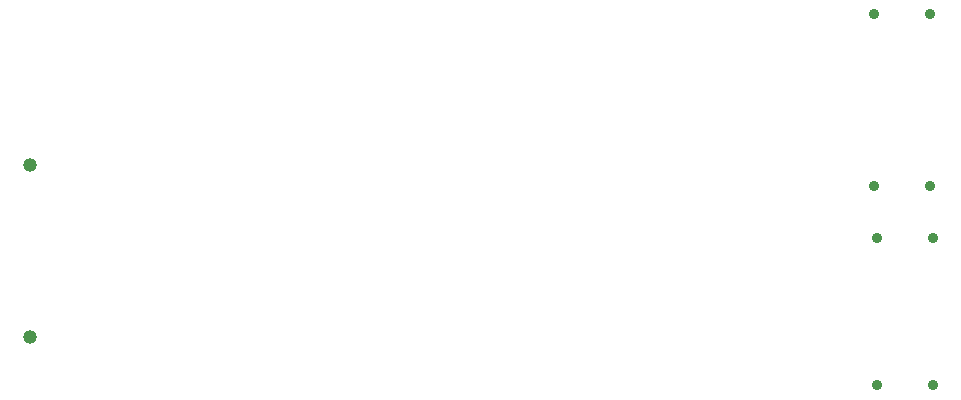
<source format=gbr>
%TF.GenerationSoftware,KiCad,Pcbnew,6.0.7-f9a2dced07~116~ubuntu20.04.1*%
%TF.CreationDate,2022-10-11T04:26:59+03:00*%
%TF.ProjectId,obc-adcs-board,6f62632d-6164-4637-932d-626f6172642e,rev?*%
%TF.SameCoordinates,PX3e2df80PY83e4a60*%
%TF.FileFunction,NonPlated,1,8,NPTH,Drill*%
%TF.FilePolarity,Positive*%
%FSLAX46Y46*%
G04 Gerber Fmt 4.6, Leading zero omitted, Abs format (unit mm)*
G04 Created by KiCad (PCBNEW 6.0.7-f9a2dced07~116~ubuntu20.04.1) date 2022-10-11 04:26:59*
%MOMM*%
%LPD*%
G01*
G04 APERTURE LIST*
%TA.AperFunction,ComponentDrill*%
%ADD10C,0.900000*%
%TD*%
%TA.AperFunction,ComponentDrill*%
%ADD11C,1.190000*%
%TD*%
G04 APERTURE END LIST*
D10*
%TO.C,J5*%
X80350000Y80050000D03*
X80350000Y65550000D03*
%TO.C,J4*%
X80650000Y61150000D03*
X80650000Y48650000D03*
%TO.C,J5*%
X85100000Y80050000D03*
X85100000Y65550000D03*
%TO.C,J4*%
X85400000Y61150000D03*
X85400000Y48650000D03*
D11*
%TO.C,J3*%
X8900000Y67317500D03*
X8900000Y52707500D03*
M02*

</source>
